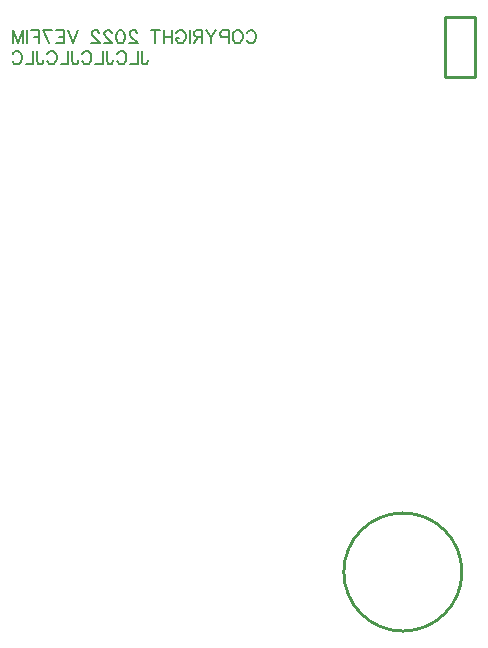
<source format=gbo>
G04 Layer: BottomSilkscreenLayer*
G04 EasyEDA v6.5.22, 2023-02-15 20:21:58*
G04 734b4a54bc3d48cea6392fdb8e28a27f,5a6b42c53f6a479593ecc07194224c93,10*
G04 Gerber Generator version 0.2*
G04 Scale: 100 percent, Rotated: No, Reflected: No *
G04 Dimensions in millimeters *
G04 leading zeros omitted , absolute positions ,4 integer and 5 decimal *
%FSLAX45Y45*%
%MOMM*%

%ADD10C,0.1520*%
%ADD11C,0.1524*%
%ADD12C,0.2540*%

%LPD*%
D10*
X1878444Y5423938D02*
G01*
X1878444Y5340812D01*
X1883641Y5325224D01*
X1888835Y5320029D01*
X1899226Y5314835D01*
X1909617Y5314835D01*
X1920008Y5320029D01*
X1925205Y5325224D01*
X1930400Y5340812D01*
X1930400Y5351203D01*
X1844154Y5423938D02*
G01*
X1844154Y5314835D01*
X1844154Y5314835D02*
G01*
X1781810Y5314835D01*
X1669587Y5397962D02*
G01*
X1674784Y5408353D01*
X1685175Y5418744D01*
X1695564Y5423938D01*
X1716346Y5423938D01*
X1726737Y5418744D01*
X1737128Y5408353D01*
X1742325Y5397962D01*
X1747520Y5382374D01*
X1747520Y5356397D01*
X1742325Y5340812D01*
X1737128Y5330421D01*
X1726737Y5320029D01*
X1716346Y5314835D01*
X1695564Y5314835D01*
X1685175Y5320029D01*
X1674784Y5330421D01*
X1669587Y5340812D01*
X1583344Y5423938D02*
G01*
X1583344Y5340812D01*
X1588538Y5325224D01*
X1593735Y5320029D01*
X1604124Y5314835D01*
X1614515Y5314835D01*
X1624906Y5320029D01*
X1630103Y5325224D01*
X1635297Y5340812D01*
X1635297Y5351203D01*
X1549054Y5423938D02*
G01*
X1549054Y5314835D01*
X1549054Y5314835D02*
G01*
X1486707Y5314835D01*
X1374485Y5397962D02*
G01*
X1379682Y5408353D01*
X1390073Y5418744D01*
X1400464Y5423938D01*
X1421244Y5423938D01*
X1431635Y5418744D01*
X1442026Y5408353D01*
X1447223Y5397962D01*
X1452417Y5382374D01*
X1452417Y5356397D01*
X1447223Y5340812D01*
X1442026Y5330421D01*
X1431635Y5320029D01*
X1421244Y5314835D01*
X1400464Y5314835D01*
X1390073Y5320029D01*
X1379682Y5330421D01*
X1374485Y5340812D01*
X1288242Y5423938D02*
G01*
X1288242Y5340812D01*
X1293436Y5325224D01*
X1298633Y5320029D01*
X1309024Y5314835D01*
X1319415Y5314835D01*
X1329804Y5320029D01*
X1335001Y5325224D01*
X1340195Y5340812D01*
X1340195Y5351203D01*
X1253952Y5423938D02*
G01*
X1253952Y5314835D01*
X1253952Y5314835D02*
G01*
X1191605Y5314835D01*
X1079385Y5397962D02*
G01*
X1084579Y5408353D01*
X1094971Y5418744D01*
X1105362Y5423938D01*
X1126144Y5423938D01*
X1136535Y5418744D01*
X1146924Y5408353D01*
X1152121Y5397962D01*
X1157315Y5382374D01*
X1157315Y5356397D01*
X1152121Y5340812D01*
X1146924Y5330421D01*
X1136535Y5320029D01*
X1126144Y5314835D01*
X1105362Y5314835D01*
X1094971Y5320029D01*
X1084579Y5330421D01*
X1079385Y5340812D01*
X993139Y5423938D02*
G01*
X993139Y5340812D01*
X998334Y5325224D01*
X1003531Y5320029D01*
X1013922Y5314835D01*
X1024313Y5314835D01*
X1034704Y5320029D01*
X1039898Y5325224D01*
X1045095Y5340812D01*
X1045095Y5351203D01*
X958850Y5423938D02*
G01*
X958850Y5314835D01*
X958850Y5314835D02*
G01*
X896505Y5314835D01*
X784283Y5397962D02*
G01*
X789477Y5408353D01*
X799868Y5418744D01*
X810260Y5423938D01*
X831042Y5423938D01*
X841433Y5418744D01*
X851824Y5408353D01*
X857018Y5397962D01*
X862215Y5382374D01*
X862215Y5356397D01*
X857018Y5340812D01*
X851824Y5330421D01*
X841433Y5320029D01*
X831042Y5314835D01*
X810260Y5314835D01*
X799868Y5320029D01*
X789477Y5330421D01*
X784283Y5340812D01*
D11*
X2766822Y5575807D02*
G01*
X2772156Y5586221D01*
X2782570Y5596636D01*
X2792729Y5601715D01*
X2813558Y5601715D01*
X2823972Y5596636D01*
X2834386Y5586221D01*
X2839720Y5575807D01*
X2844800Y5560060D01*
X2844800Y5534152D01*
X2839720Y5518657D01*
X2834386Y5508244D01*
X2823972Y5497829D01*
X2813558Y5492750D01*
X2792729Y5492750D01*
X2782570Y5497829D01*
X2772156Y5508244D01*
X2766822Y5518657D01*
X2701290Y5601715D02*
G01*
X2711704Y5596636D01*
X2722118Y5586221D01*
X2727452Y5575807D01*
X2732531Y5560060D01*
X2732531Y5534152D01*
X2727452Y5518657D01*
X2722118Y5508244D01*
X2711704Y5497829D01*
X2701290Y5492750D01*
X2680715Y5492750D01*
X2670302Y5497829D01*
X2659888Y5508244D01*
X2654554Y5518657D01*
X2649474Y5534152D01*
X2649474Y5560060D01*
X2654554Y5575807D01*
X2659888Y5586221D01*
X2670302Y5596636D01*
X2680715Y5601715D01*
X2701290Y5601715D01*
X2615184Y5601715D02*
G01*
X2615184Y5492750D01*
X2615184Y5601715D02*
G01*
X2568447Y5601715D01*
X2552700Y5596636D01*
X2547620Y5591302D01*
X2542540Y5580887D01*
X2542540Y5565394D01*
X2547620Y5554979D01*
X2552700Y5549900D01*
X2568447Y5544565D01*
X2615184Y5544565D01*
X2508250Y5601715D02*
G01*
X2466593Y5549900D01*
X2466593Y5492750D01*
X2424938Y5601715D02*
G01*
X2466593Y5549900D01*
X2390647Y5601715D02*
G01*
X2390647Y5492750D01*
X2390647Y5601715D02*
G01*
X2343911Y5601715D01*
X2328418Y5596636D01*
X2323084Y5591302D01*
X2318004Y5580887D01*
X2318004Y5570473D01*
X2323084Y5560060D01*
X2328418Y5554979D01*
X2343911Y5549900D01*
X2390647Y5549900D01*
X2354325Y5549900D02*
G01*
X2318004Y5492750D01*
X2283713Y5601715D02*
G01*
X2283713Y5492750D01*
X2171445Y5575807D02*
G01*
X2176779Y5586221D01*
X2186940Y5596636D01*
X2197354Y5601715D01*
X2218181Y5601715D01*
X2228595Y5596636D01*
X2239009Y5586221D01*
X2244090Y5575807D01*
X2249424Y5560060D01*
X2249424Y5534152D01*
X2244090Y5518657D01*
X2239009Y5508244D01*
X2228595Y5497829D01*
X2218181Y5492750D01*
X2197354Y5492750D01*
X2186940Y5497829D01*
X2176779Y5508244D01*
X2171445Y5518657D01*
X2171445Y5534152D01*
X2197354Y5534152D02*
G01*
X2171445Y5534152D01*
X2137156Y5601715D02*
G01*
X2137156Y5492750D01*
X2064511Y5601715D02*
G01*
X2064511Y5492750D01*
X2137156Y5549900D02*
G01*
X2064511Y5549900D01*
X1993900Y5601715D02*
G01*
X1993900Y5492750D01*
X2030222Y5601715D02*
G01*
X1957324Y5601715D01*
X1837944Y5575807D02*
G01*
X1837944Y5580887D01*
X1832610Y5591302D01*
X1827529Y5596636D01*
X1817115Y5601715D01*
X1796287Y5601715D01*
X1785873Y5596636D01*
X1780794Y5591302D01*
X1775460Y5580887D01*
X1775460Y5570473D01*
X1780794Y5560060D01*
X1791207Y5544565D01*
X1843023Y5492750D01*
X1770379Y5492750D01*
X1704847Y5601715D02*
G01*
X1720595Y5596636D01*
X1731010Y5580887D01*
X1736089Y5554979D01*
X1736089Y5539486D01*
X1731010Y5513323D01*
X1720595Y5497829D01*
X1704847Y5492750D01*
X1694434Y5492750D01*
X1678939Y5497829D01*
X1668526Y5513323D01*
X1663445Y5539486D01*
X1663445Y5554979D01*
X1668526Y5580887D01*
X1678939Y5596636D01*
X1694434Y5601715D01*
X1704847Y5601715D01*
X1623821Y5575807D02*
G01*
X1623821Y5580887D01*
X1618742Y5591302D01*
X1613407Y5596636D01*
X1602994Y5601715D01*
X1582420Y5601715D01*
X1572005Y5596636D01*
X1566671Y5591302D01*
X1561592Y5580887D01*
X1561592Y5570473D01*
X1566671Y5560060D01*
X1577086Y5544565D01*
X1629155Y5492750D01*
X1556257Y5492750D01*
X1516887Y5575807D02*
G01*
X1516887Y5580887D01*
X1511554Y5591302D01*
X1506473Y5596636D01*
X1496060Y5601715D01*
X1475231Y5601715D01*
X1464818Y5596636D01*
X1459737Y5591302D01*
X1454404Y5580887D01*
X1454404Y5570473D01*
X1459737Y5560060D01*
X1470152Y5544565D01*
X1521968Y5492750D01*
X1449323Y5492750D01*
X1335023Y5601715D02*
G01*
X1293368Y5492750D01*
X1251965Y5601715D02*
G01*
X1293368Y5492750D01*
X1217676Y5601715D02*
G01*
X1217676Y5492750D01*
X1217676Y5601715D02*
G01*
X1150112Y5601715D01*
X1217676Y5549900D02*
G01*
X1176020Y5549900D01*
X1217676Y5492750D02*
G01*
X1150112Y5492750D01*
X1042923Y5601715D02*
G01*
X1094994Y5492750D01*
X1115821Y5601715D02*
G01*
X1042923Y5601715D01*
X1008634Y5601715D02*
G01*
X1008634Y5492750D01*
X1008634Y5601715D02*
G01*
X941070Y5601715D01*
X1008634Y5549900D02*
G01*
X967231Y5549900D01*
X906779Y5601715D02*
G01*
X906779Y5492750D01*
X872489Y5601715D02*
G01*
X872489Y5492750D01*
X872489Y5601715D02*
G01*
X831087Y5492750D01*
X789431Y5601715D02*
G01*
X831087Y5492750D01*
X789431Y5601715D02*
G01*
X789431Y5492750D01*
D12*
G75*
G01
X4589399Y1016000D02*
G03X4589399Y1016000I-499999J0D01*
X4445000Y5715000D02*
G01*
X4699000Y5715000D01*
X4699000Y5207000D01*
X4445000Y5207000D01*
X4445000Y5715000D01*
M02*

</source>
